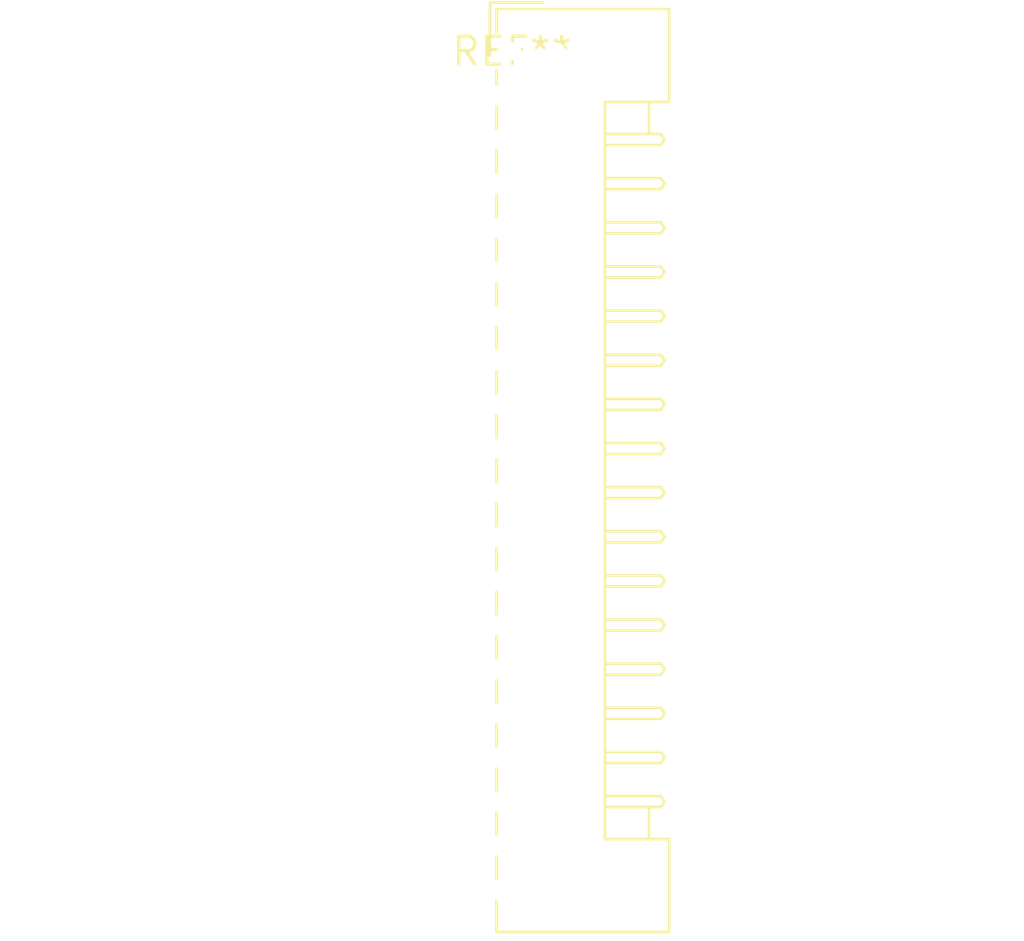
<source format=kicad_pcb>
(kicad_pcb (version 20240108) (generator pcbnew)
  (layers (0 "F.Cu" signal) (31 "B.Cu" signal) (34 "B.Paste" user) (35 "F.Paste" user) (36 "B.SilkS" user "B.Silkscreen") (37 "F.SilkS" user "F.Silkscreen") (38 "B.Mask" user) (39 "F.Mask" user) (44 "Edge.Cuts" user))
  (net 0 "")
  (footprint "JAE_LY20-40P-DLT1_2x20_P2.00mm_Horizontal" (layer "F.Cu") (at 0 0)
    (property "Reference" "REF**")
    (property "Value" "JAE_LY20-40P-DLT1_2x20_P2.00mm_Horizontal")
    (fp_line (start -1.01 -2.21) (end -1.01 0.2) (layer "F.SilkS") (stroke (width 0.12)))
    (fp_line (start -0.71 -1.91) (end -0.71 -0.86) (layer "F.SilkS") (stroke (width 0.12)))
    (fp_line (start -0.71 -1.91) (end 7.11 -1.91) (layer "F.SilkS") (stroke (width 0.12)))
    (fp_line (start -0.71 0.86) (end -0.71 1.514717) (layer "F.SilkS") (stroke (width 0.12)))
    (fp_line (start -0.71 2.485283) (end -0.71 3.514717) (layer "F.SilkS") (stroke (width 0.12)))
    (fp_line (start -0.71 4.485283) (end -0.71 5.514717) (layer "F.SilkS") (stroke (width 0.12)))
    (fp_line (start -0.71 6.485283) (end -0.71 7.514717) (layer "F.SilkS") (stroke (width 0.12)))
    (fp_line (start -0.71 8.485283) (end -0.71 9.514717) (layer "F.SilkS") (stroke (width 0.12)))
    (fp_line (start -0.71 10.485283) (end -0.71 11.514717) (layer "F.SilkS") (stroke (width 0.12)))
    (fp_line (start -0.71 12.485283) (end -0.71 13.514717) (layer "F.SilkS") (stroke (width 0.12)))
    (fp_line (start -0.71 14.485283) (end -0.71 15.514717) (layer "F.SilkS") (stroke (width 0.12)))
    (fp_line (start -0.71 16.485283) (end -0.71 17.514717) (layer "F.SilkS") (stroke (width 0.12)))
    (fp_line (start -0.71 18.485283) (end -0.71 19.514717) (layer "F.SilkS") (stroke (width 0.12)))
    (fp_line (start -0.71 20.485283) (end -0.71 21.514717) (layer "F.SilkS") (stroke (width 0.12)))
    (fp_line (start -0.71 22.485283) (end -0.71 23.514717) (layer "F.SilkS") (stroke (width 0.12)))
    (fp_line (start -0.71 24.485283) (end -0.71 25.514717) (layer "F.SilkS") (stroke (width 0.12)))
    (fp_line (start -0.71 26.485283) (end -0.71 27.514717) (layer "F.SilkS") (stroke (width 0.12)))
    (fp_line (start -0.71 28.485283) (end -0.71 29.514717) (layer "F.SilkS") (stroke (width 0.12)))
    (fp_line (start -0.71 30.485283) (end -0.71 31.514717) (layer "F.SilkS") (stroke (width 0.12)))
    (fp_line (start -0.71 32.485283) (end -0.71 33.514717) (layer "F.SilkS") (stroke (width 0.12)))
    (fp_line (start -0.71 34.485283) (end -0.71 35.514717) (layer "F.SilkS") (stroke (width 0.12)))
    (fp_line (start -0.71 36.485283) (end -0.71 37.514717) (layer "F.SilkS") (stroke (width 0.12)))
    (fp_line (start -0.71 38.485283) (end -0.71 39.91) (layer "F.SilkS") (stroke (width 0.12)))
    (fp_line (start -0.71 39.91) (end 7.11 39.91) (layer "F.SilkS") (stroke (width 0.12)))
    (fp_line (start 1.4 -2.21) (end -1.01 -2.21) (layer "F.SilkS") (stroke (width 0.12)))
    (fp_line (start 4.2 2.3) (end 4.2 19) (layer "F.SilkS") (stroke (width 0.12)))
    (fp_line (start 4.2 3.75) (end 6.733333 3.75) (layer "F.SilkS") (stroke (width 0.12)))
    (fp_line (start 4.2 5.75) (end 6.733333 5.75) (layer "F.SilkS") (stroke (width 0.12)))
    (fp_line (start 4.2 7.75) (end 6.733333 7.75) (layer "F.SilkS") (stroke (width 0.12)))
    (fp_line (start 4.2 9.75) (end 6.733333 9.75) (layer "F.SilkS") (stroke (width 0.12)))
    (fp_line (start 4.2 11.75) (end 6.733333 11.75) (layer "F.SilkS") (stroke (width 0.12)))
    (fp_line (start 4.2 13.75) (end 6.733333 13.75) (layer "F.SilkS") (stroke (width 0.12)))
    (fp_line (start 4.2 15.75) (end 6.733333 15.75) (layer "F.SilkS") (stroke (width 0.12)))
    (fp_line (start 4.2 17.75) (end 6.733333 17.75) (layer "F.SilkS") (stroke (width 0.12)))
    (fp_line (start 4.2 19.75) (end 6.733333 19.75) (layer "F.SilkS") (stroke (width 0.12)))
    (fp_line (start 4.2 21.75) (end 6.733333 21.75) (layer "F.SilkS") (stroke (width 0.12)))
    (fp_line (start 4.2 23.75) (end 6.733333 23.75) (layer "F.SilkS") (stroke (width 0.12)))
    (fp_line (start 4.2 25.75) (end 6.733333 25.75) (layer "F.SilkS") (stroke (width 0.12)))
    (fp_line (start 4.2 27.75) (end 6.733333 27.75) (layer "F.SilkS") (stroke (width 0.12)))
    (fp_line (start 4.2 29.75) (end 6.733333 29.75) (layer "F.SilkS") (stroke (width 0.12)))
    (fp_line (start 4.2 31.75) (end 6.733333 31.75) (layer "F.SilkS") (stroke (width 0.12)))
    (fp_line (start 4.2 33.75) (end 6.733333 33.75) (layer "F.SilkS") (stroke (width 0.12)))
    (fp_line (start 4.2 35.7) (end 4.2 19) (layer "F.SilkS") (stroke (width 0.12)))
    (fp_line (start 6.2 2.3) (end 6.2 3.75) (layer "F.SilkS") (stroke (width 0.12)))
    (fp_line (start 6.2 35.7) (end 6.2 34.25) (layer "F.SilkS") (stroke (width 0.12)))
    (fp_line (start 6.733333 3.75) (end 6.9 4) (layer "F.SilkS") (stroke (width 0.12)))
    (fp_line (start 6.733333 4.25) (end 4.2 4.25) (layer "F.SilkS") (stroke (width 0.12)))
    (fp_line (start 6.733333 5.75) (end 6.9 6) (layer "F.SilkS") (stroke (width 0.12)))
    (fp_line (start 6.733333 6.25) (end 4.2 6.25) (layer "F.SilkS") (stroke (width 0.12)))
    (fp_line (start 6.733333 7.75) (end 6.9 8) (layer "F.SilkS") (stroke (width 0.12)))
    (fp_line (start 6.733333 8.25) (end 4.2 8.25) (layer "F.SilkS") (stroke (width 0.12)))
    (fp_line (start 6.733333 9.75) (end 6.9 10) (layer "F.SilkS") (stroke (width 0.12)))
    (fp_line (start 6.733333 10.25) (end 4.2 10.25) (layer "F.SilkS") (stroke (width 0.12)))
    (fp_line (start 6.733333 11.75) (end 6.9 12) (layer "F.SilkS") (stroke (width 0.12)))
    (fp_line (start 6.733333 12.25) (end 4.2 12.25) (layer "F.SilkS") (stroke (width 0.12)))
    (fp_line (start 6.733333 13.75) (end 6.9 14) (layer "F.SilkS") (stroke (width 0.12)))
    (fp_line (start 6.733333 14.25) (end 4.2 14.25) (layer "F.SilkS") (stroke (width 0.12)))
    (fp_line (start 6.733333 15.75) (end 6.9 16) (layer "F.SilkS") (stroke (width 0.12)))
    (fp_line (start 6.733333 16.25) (end 4.2 16.25) (layer "F.SilkS") (stroke (width 0.12)))
    (fp_line (start 6.733333 17.75) (end 6.9 18) (layer "F.SilkS") (stroke (width 0.12)))
    (fp_line (start 6.733333 18.25) (end 4.2 18.25) (layer "F.SilkS") (stroke (width 0.12)))
    (fp_line (start 6.733333 19.75) (end 6.9 20) (layer "F.SilkS") (stroke (width 0.12)))
    (fp_line (start 6.733333 20.25) (end 4.2 20.25) (layer "F.SilkS") (stroke (width 0.12)))
    (fp_line (start 6.733333 21.75) (end 6.9 22) (layer "F.SilkS") (stroke (width 0.12)))
    (fp_line (start 6.733333 22.25) (end 4.2 22.25) (layer "F.SilkS") (stroke (width 0.12)))
    (fp_line (start 6.733333 23.75) (end 6.9 24) (layer "F.SilkS") (stroke (width 0.12)))
    (fp_line (start 6.733333 24.25) (end 4.2 24.25) (layer "F.SilkS") (stroke (width 0.12)))
    (fp_line (start 6.733333 25.75) (end 6.9 26) (layer "F.SilkS") (stroke (width 0.12)))
    (fp_line (start 6.733333 26.25) (end 4.2 26.25) (layer "F.SilkS") (stroke (width 0.12)))
    (fp_line (start 6.733333 27.75) (end 6.9 28) (layer "F.SilkS") (stroke (width 0.12)))
    (fp_line (start 6.733333 28.25) (end 4.2 28.25) (layer "F.SilkS") (stroke (width 0.12)))
    (fp_line (start 6.733333 29.75) (end 6.9 30) (layer "F.SilkS") (stroke (width 0.12)))
    (fp_line (start 6.733333 30.25) (end 4.2 30.25) (layer "F.SilkS") (stroke (width 0.12)))
    (fp_line (start 6.733333 31.75) (end 6.9 32) (layer "F.SilkS") (stroke (width 0.12)))
    (fp_line (start 6.733333 32.25) (end 4.2 32.25) (layer "F.SilkS") (stroke (width 0.12)))
    (fp_line (start 6.733333 33.75) (end 6.9 34) (layer "F.SilkS") (stroke (width 0.12)))
    (fp_line (start 6.733333 34.25) (end 4.2 34.25) (layer "F.SilkS") (stroke (width 0.12)))
    (fp_line (start 6.9 4) (end 6.733333 4.25) (layer "F.SilkS") (stroke (width 0.12)))
    (fp_line (start 6.9 6) (end 6.733333 6.25) (layer "F.SilkS") (stroke (width 0.12)))
    (fp_line (start 6.9 8) (end 6.733333 8.25) (layer "F.SilkS") (stroke (width 0.12)))
    (fp_line (start 6.9 10) (end 6.733333 10.25) (layer "F.SilkS") (stroke (width 0.12)))
    (fp_line (start 6.9 12) (end 6.733333 12.25) (layer "F.SilkS") (stroke (width 0.12)))
    (fp_line (start 6.9 14) (end 6.733333 14.25) (layer "F.SilkS") (stroke (width 0.12)))
    (fp_line (start 6.9 16) (end 6.733333 16.25) (layer "F.SilkS") (stroke (width 0.12)))
    (fp_line (start 6.9 18) (end 6.733333 18.25) (layer "F.SilkS") (stroke (width 0.12)))
    (fp_line (start 6.9 20) (end 6.733333 20.25) (layer "F.SilkS") (stroke (width 0.12)))
    (fp_line (start 6.9 22) (end 6.733333 22.25) (layer "F.SilkS") (stroke (width 0.12)))
    (fp_line (start 6.9 24) (end 6.733333 24.25) (layer "F.SilkS") (stroke (width 0.12)))
    (fp_line (start 6.9 26) (end 6.733333 26.25) (layer "F.SilkS") (stroke (width 0.12)))
    (fp_line (start 6.9 28) (end 6.733333 28.25) (layer "F.SilkS") (stroke (width 0.12)))
    (fp_line (start 6.9 30) (end 6.733333 30.25) (layer "F.SilkS") (stroke (width 0.12)))
    (fp_line (start 6.9 32) (end 6.733333 32.25) (layer "F.SilkS") (stroke (width 0.12)))
    (fp_line (start 6.9 34) (end 6.733333 34.25) (layer "F.SilkS") (stroke (width 0.12)))
    (fp_line (start 7.11 -1.91) (end 7.11 2.3) (layer "F.SilkS") (stroke (width 0.12)))
    (fp_line (start 7.11 2.3) (end 4.2 2.3) (layer "F.SilkS") (stroke (width 0.12)))
    (fp_line (start 7.11 35.7) (end 4.2 35.7) (layer "F.SilkS") (stroke (width 0.12)))
    (fp_line (start 7.11 39.91) (end 7.11 35.7) (layer "F.SilkS") (stroke (width 0.12)))
    (pad "a1" thru_hole roundrect (at 0 0) (size 1.2 1.2) (drill 0.8) (layers *.Cu *.Mask) (remove_unused_layers) (roundrect_rratio 0.208333))
    (pad "a2" thru_hole circle (at 0 2) (size 1.2 1.2) (drill 0.8) (layers *.Cu *.Mask) (remove_unused_layers))
    (pad "a3" thru_hole circle (at 0 4) (size 1.2 1.2) (drill 0.8) (layers *.Cu *.Mask) (remove_unused_layers))
    (pad "a4" thru_hole circle (at 0 6) (size 1.2 1.2) (drill 0.8) (layers *.Cu *.Mask) (remove_unused_layers))
    (pad "a5" thru_hole circle (at 0 8) (size 1.2 1.2) (drill 0.8) (layers *.Cu *.Mask) (remove_unused_layers))
    (pad "a6" thru_hole circle (at 0 10) (size 1.2 1.2) (drill 0.8) (layers *.Cu *.Mask) (remove_unused_layers))
    (pad "a7" thru_hole circle (at 0 12) (size 1.2 1.2) (drill 0.8) (layers *.Cu *.Mask) (remove_unused_layers))
    (pad "a8" thru_hole circle (at 0 14) (size 1.2 1.2) (drill 0.8) (layers *.Cu *.Mask) (remove_unused_layers))
    (pad "a9" thru_hole circle (at 0 16) (size 1.2 1.2) (drill 0.8) (layers *.Cu *.Mask) (remove_unused_layers))
    (pad "a10" thru_hole circle (at 0 18) (size 1.2 1.2) (drill 0.8) (layers *.Cu *.Mask) (remove_unused_layers))
    (pad "a11" thru_hole circle (at 0 20) (size 1.2 1.2) (drill 0.8) (layers *.Cu *.Mask) (remove_unused_layers))
    (pad "a12" thru_hole circle (at 0 22) (size 1.2 1.2) (drill 0.8) (layers *.Cu *.Mask) (remove_unused_layers))
    (pad "a13" thru_hole circle (at 0 24) (size 1.2 1.2) (drill 0.8) (layers *.Cu *.Mask) (remove_unused_layers))
    (pad "a14" thru_hole circle (at 0 26) (size 1.2 1.2) (drill 0.8) (layers *.Cu *.Mask) (remove_unused_layers))
    (pad "a15" thru_hole circle (at 0 28) (size 1.2 1.2) (drill 0.8) (layers *.Cu *.Mask) (remove_unused_layers))
    (pad "a16" thru_hole circle (at 0 30) (size 1.2 1.2) (drill 0.8) (layers *.Cu *.Mask) (remove_unused_layers))
    (pad "a17" thru_hole circle (at 0 32) (size 1.2 1.2) (drill 0.8) (layers *.Cu *.Mask) (remove_unused_layers))
    (pad "a18" thru_hole circle (at 0 34) (size 1.2 1.2) (drill 0.8) (layers *.Cu *.Mask) (remove_unused_layers))
    (pad "a19" thru_hole circle (at 0 36) (size 1.2 1.2) (drill 0.8) (layers *.Cu *.Mask) (remove_unused_layers))
    (pad "a20" thru_hole circle (at 0 38) (size 1.2 1.2) (drill 0.8) (layers *.Cu *.Mask) (remove_unused_layers))
    (pad "b1" thru_hole circle (at 2 0) (size 1.2 1.2) (drill 0.8) (layers *.Cu *.Mask) (remove_unused_layers))
    (pad "b2" thru_hole circle (at 2 2) (size 1.2 1.2) (drill 0.8) (layers *.Cu *.Mask) (remove_unused_layers))
    (pad "b3" thru_hole circle (at 2 4) (size 1.2 1.2) (drill 0.8) (layers *.Cu *.Mask) (remove_unused_layers))
    (pad "b4" thru_hole circle (at 2 6) (size 1.2 1.2) (drill 0.8) (layers *.Cu *.Mask) (remove_unused_layers))
    (pad "b5" thru_hole circle (at 2 8) (size 1.2 1.2) (drill 0.8) (layers *.Cu *.Mask) (remove_unused_layers))
    (pad "b6" thru_hole circle (at 2 10) (size 1.2 1.2) (drill 0.8) (layers *.Cu *.Mask) (remove_unused_layers))
    (pad "b7" thru_hole circle (at 2 12) (size 1.2 1.2) (drill 0.8) (layers *.Cu *.Mask) (remove_unused_layers))
    (pad "b8" thru_hole circle (at 2 14) (size 1.2 1.2) (drill 0.8) (layers *.Cu *.Mask) (remove_unused_layers))
    (pad "b9" thru_hole circle (at 2 16) (size 1.2 1.2) (drill 0.8) (layers *.Cu *.Mask) (remove_unused_layers))
    (pad "b10" thru_hole circle (at 2 18) (size 1.2 1.2) (drill 0.8) (layers *.Cu *.Mask) (remove_unused_layers))
    (pad "b11" thru_hole circle (at 2 20) (size 1.2 1.2) (drill 0.8) (layers *.Cu *.Mask) (remove_unused_layers))
    (pad "b12" thru_hole circle (at 2 22) (size 1.2 1.2) (drill 0.8) (layers *.Cu *.Mask) (remove_unused_layers))
    (pad "b13" thru_hole circle (at 2 24) (size 1.2 1.2) (drill 0.8) (layers *.Cu *.Mask) (remove_unused_layers))
    (pad "b14" thru_hole circle (at 2 26) (size 1.2 1.2) (drill 0.8) (layers *.Cu *.Mask) (remove_unused_layers))
    (pad "b15" thru_hole circle (at 2 28) (size 1.2 1.2) (drill 0.8) (layers *.Cu *.Mask) (remove_unused_layers))
    (pad "b16" thru_hole circle (at 2 30) (size 1.2 1.2) (drill 0.8) (layers *.Cu *.Mask) (remove_unused_layers))
    (pad "b17" thru_hole circle (at 2 32) (size 1.2 1.2) (drill 0.8) (layers *.Cu *.Mask) (remove_unused_layers))
    (pad "b18" thru_hole circle (at 2 34) (size 1.2 1.2) (drill 0.8) (layers *.Cu *.Mask) (remove_unused_layers))
    (pad "b19" thru_hole circle (at 2 36) (size 1.2 1.2) (drill 0.8) (layers *.Cu *.Mask) (remove_unused_layers))
    (pad "b20" thru_hole circle (at 2 38) (size 1.2 1.2) (drill 0.8) (layers *.Cu *.Mask) (remove_unused_layers))
  )
)
</source>
